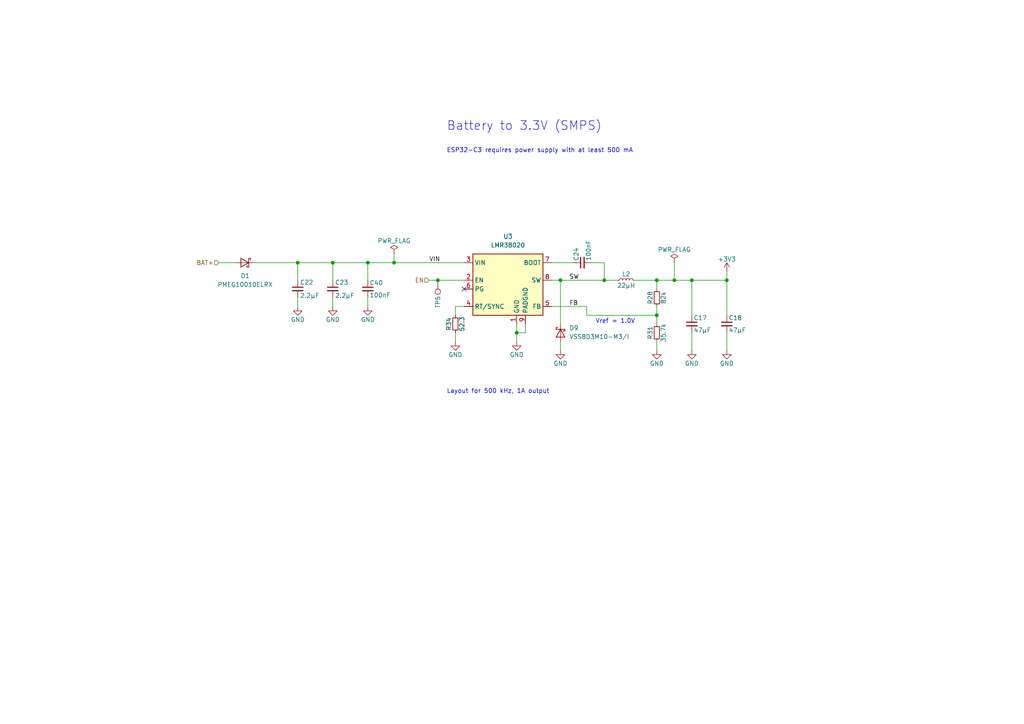
<source format=kicad_sch>
(kicad_sch (version 20230121) (generator eeschema)
  (paper "A4")
  (title_block (title "Libre Solar BMS C1") (date "2023-11-03") (rev "0.4.0") (company "Libre Solar Technologies GmbH") (comment 1 "Website: https://libre.solar") (comment 2 "Author: Martin Jäger") (comment 3 "License: CERN-OHL-W"))
  (lib_symbols
    (symbol "Connector:TestPoint" (pin_numbers hide) (pin_names (offset 0.762) hide)
      (property "Reference" "TP" (at 0 6.858 0))
      (property "Value" "TestPoint" (at 0 5.08 0))
      (symbol "TestPoint_0_1"
        (circle (center 0 3.302) (radius 0.762))
      )
      (symbol "TestPoint_1_1"
        (pin passive line (at 0 0 90) (length 2.54) (name "1") (number "1"))
      )
    )
    (symbol "Device:L_Small" (pin_numbers hide) (pin_names (offset 0.254) hide)
      (property "Reference" "L" (at 0.762 1.016 0))
      (property "Value" "L_Small" (at 0.762 -1.016 0))
      (symbol "L_Small_0_1"
        (arc (start 0 -2.032) (mid 0.5058 -1.524) (end 0 -1.016))
        (arc (start 0 -1.016) (mid 0.5058 -0.508) (end 0 0))
        (arc (start 0 0) (mid 0.5058 0.508) (end 0 1.016))
        (arc (start 0 1.016) (mid 0.5058 1.524) (end 0 2.032))
      )
      (symbol "L_Small_1_1"
        (pin passive line (at 0 2.54 270) (length 0.508) (name "~") (number "1"))
        (pin passive line (at 0 -2.54 90) (length 0.508) (name "~") (number "2"))
      )
    )
    (symbol "LibreSolar:C" (pin_numbers hide) (pin_names (offset 0.254) hide)
      (property "Reference" "C" (at 0.635 1.905 0))
      (property "Value" "C" (at 0.635 -1.905 0))
      (symbol "C_0_1"
        (polyline (pts (xy -1.524 -0.508) (xy 1.524 -0.508)) (stroke (width 0.3302)))
        (polyline (pts (xy -1.524 0.508) (xy 0 0.508) (xy 1.524 0.508)) (stroke (width 0.3048)))
      )
      (symbol "C_1_1"
        (pin passive line (at 0 2.54 270) (length 1.905) (name "~") (number "1"))
        (pin passive line (at 0 -2.54 90) (length 2.032) (name "~") (number "2"))
      )
    )
    (symbol "LibreSolar:D_Schottky" (pin_numbers hide) (pin_names (offset 0.254) hide)
      (property "Reference" "D" (at 0 2.54 0))
      (property "Value" "D_Schottky" (at 0 -2.54 0))
      (symbol "D_Schottky_0_1"
        (polyline (pts (xy -1.016 -1.27) (xy -1.016 1.27)) (stroke (width 0.2032)))
        (polyline (pts (xy 1.27 0) (xy -1.27 0)))
        (polyline (pts (xy -1.016 -1.27) (xy -1.524 -1.27) (xy -1.524 -0.762)) (stroke (width 0.2032)))
        (polyline (pts (xy -1.016 1.27) (xy -0.508 1.27) (xy -0.508 0.762)) (stroke (width 0.2032)))
        (polyline (pts (xy 1.27 -1.27) (xy -1.016 0) (xy 1.27 1.27) (xy 1.27 -1.27)) (stroke (width 0.2032)))
      )
      (symbol "D_Schottky_1_1"
        (pin passive line (at -2.54 0 0) (length 1.27) (name "K") (number "1"))
        (pin passive line (at 2.54 0 180) (length 1.27) (name "A") (number "2"))
      )
    )
    (symbol "LibreSolar:LMR38020"
      (property "Reference" "U" (at -10.16 8.89 0))
      (property "Value" "LMR38020" (at 10.16 8.89 0))
      (symbol "LMR38020_0_1"
        (rectangle (start -10.16 7.62) (end 10.16 -10.16) (stroke (width 0.254)) (fill (type background)))
      )
      (symbol "LMR38020_1_1"
        (pin power_in line (at 2.54 -12.7 90) (length 2.54) (name "GND") (number "1"))
        (pin input line (at -12.7 0 0) (length 2.54) (name "EN") (number "2"))
        (pin power_in line (at -12.7 5.08 0) (length 2.54) (name "VIN") (number "3"))
        (pin input line (at -12.7 -7.62 0) (length 2.54) (name "RT/SYNC") (number "4"))
        (pin input line (at 12.7 -7.62 180) (length 2.54) (name "FB") (number "5"))
        (pin output line (at -12.7 -2.54 0) (length 2.54) (name "PG") (number "6"))
        (pin input line (at 12.7 5.08 180) (length 2.54) (name "BOOT") (number "7"))
        (pin power_out line (at 12.7 0 180) (length 2.54) (name "SW") (number "8"))
        (pin power_in line (at 5.08 -12.7 90) (length 2.54) (name "PADGND") (number "9"))
      )
    )
    (symbol "LibreSolar:R" (pin_numbers hide) (pin_names (offset 0.254) hide)
      (property "Reference" "R" (at -1.905 0 90))
      (property "Value" "R" (at 1.905 0 90))
      (symbol "R_0_1"
        (rectangle (start -0.762 1.778) (end 0.762 -1.778) (stroke (width 0.2032)))
      )
      (symbol "R_1_1"
        (pin passive line (at 0 2.54 270) (length 0.762) (name "~") (number "1"))
        (pin passive line (at 0 -2.54 90) (length 0.762) (name "~") (number "2"))
      )
    )
    (symbol "power:+3.3V" (power) (pin_names (offset 0))
      (property "Value" "+3.3V" (at 0 3.556 0))
      (symbol "+3.3V_0_1"
        (polyline (pts (xy -0.762 1.27) (xy 0 2.54)))
        (polyline (pts (xy 0 0) (xy 0 2.54)))
        (polyline (pts (xy 0 2.54) (xy 0.762 1.27)))
      )
      (symbol "+3.3V_1_1"
        (pin power_in line (at 0 0 90) (length 0) hide (name "+3V3") (number "1"))
      )
    )
    (symbol "power:GND" (power) (pin_names (offset 0))
      (property "Value" "GND" (at 0 -3.81 0))
      (symbol "GND_0_1"
        (polyline (pts (xy 0 0) (xy 0 -1.27) (xy 1.27 -1.27) (xy 0 -2.54) (xy -1.27 -1.27) (xy 0 -1.27)))
      )
      (symbol "GND_1_1"
        (pin power_in line (at 0 0 270) (length 0) hide (name "GND") (number "1"))
      )
    )
    (symbol "power:PWR_FLAG" (power) (pin_numbers hide) (pin_names (offset 0) hide)
      (property "Value" "PWR_FLAG" (at 0 3.81 0))
      (symbol "PWR_FLAG_0_0"
        (pin power_out line (at 0 0 90) (length 0) (name "pwr") (number "1"))
      )
      (symbol "PWR_FLAG_0_1"
        (polyline (pts (xy 0 0) (xy 0 1.27) (xy -1.016 1.905) (xy 0 2.54) (xy 1.016 1.905) (xy 0 1.27)))
      )
    )
  )
  (junction (at 149.86 96.52))
  (junction (at 106.68 76.2))
  (junction (at 127 81.28))
  (junction (at 190.5 81.28) (diameter 0.9144))
  (junction (at 86.36 76.2) (diameter 0.9144))
  (junction (at 195.58 81.28))
  (junction (at 210.82 81.28) (diameter 0.9144))
  (junction (at 96.52 76.2) (diameter 0.9144))
  (junction (at 162.56 81.28))
  (junction (at 175.26 81.28) (diameter 0.9144))
  (junction (at 190.5 91.44) (diameter 0.9144))
  (junction (at 200.66 81.28) (diameter 0.9144))
  (junction (at 114.3 76.2) (diameter 0.9144))
  (no_connect (at 134.62 83.82))
  (wire (pts (xy 162.56 81.28) (xy 175.26 81.28)))
  (wire (pts (xy 184.15 81.28) (xy 190.5 81.28)))
  (wire (pts (xy 210.82 81.28) (xy 210.82 91.44)))
  (wire (pts (xy 162.56 99.06) (xy 162.56 101.6)))
  (wire (pts (xy 170.18 88.9) (xy 170.18 91.44)))
  (wire (pts (xy 86.36 76.2) (xy 86.36 81.28)))
  (wire (pts (xy 190.5 88.9) (xy 190.5 91.44)))
  (wire (pts (xy 200.66 81.28) (xy 210.82 81.28)))
  (wire (pts (xy 86.36 88.9) (xy 86.36 86.36)))
  (wire (pts (xy 210.82 78.74) (xy 210.82 81.28)))
  (wire (pts (xy 152.4 96.52) (xy 152.4 93.98)))
  (wire (pts (xy 210.82 96.52) (xy 210.82 101.6)))
  (wire (pts (xy 106.68 76.2) (xy 106.68 81.28)))
  (wire (pts (xy 132.08 96.52) (xy 132.08 99.06)))
  (wire (pts (xy 132.08 91.44) (xy 132.08 88.9)))
  (wire (pts (xy 96.52 76.2) (xy 106.68 76.2)))
  (wire (pts (xy 106.68 86.36) (xy 106.68 88.9)))
  (wire (pts (xy 190.5 81.28) (xy 190.5 83.82)))
  (wire (pts (xy 195.58 76.2) (xy 195.58 81.28)))
  (wire (pts (xy 63.5 76.2) (xy 68.58 76.2)))
  (wire (pts (xy 114.3 76.2) (xy 134.62 76.2)))
  (wire (pts (xy 170.18 91.44) (xy 190.5 91.44)))
  (wire (pts (xy 171.45 76.2) (xy 175.26 76.2)))
  (wire (pts (xy 114.3 73.66) (xy 114.3 76.2)))
  (wire (pts (xy 96.52 81.28) (xy 96.52 76.2)))
  (wire (pts (xy 149.86 96.52) (xy 149.86 99.06)))
  (wire (pts (xy 96.52 88.9) (xy 96.52 86.36)))
  (wire (pts (xy 106.68 76.2) (xy 114.3 76.2)))
  (wire (pts (xy 190.5 81.28) (xy 195.58 81.28)))
  (wire (pts (xy 160.02 81.28) (xy 162.56 81.28)))
  (wire (pts (xy 149.86 96.52) (xy 152.4 96.52)))
  (wire (pts (xy 132.08 88.9) (xy 134.62 88.9)))
  (wire (pts (xy 175.26 81.28) (xy 179.07 81.28)))
  (wire (pts (xy 73.66 76.2) (xy 86.36 76.2)))
  (wire (pts (xy 160.02 88.9) (xy 170.18 88.9)))
  (wire (pts (xy 175.26 76.2) (xy 175.26 81.28)))
  (wire (pts (xy 200.66 81.28) (xy 200.66 91.44)))
  (wire (pts (xy 127 81.28) (xy 124.46 81.28)))
  (wire (pts (xy 195.58 81.28) (xy 200.66 81.28)))
  (wire (pts (xy 190.5 101.6) (xy 190.5 99.06)))
  (wire (pts (xy 134.62 81.28) (xy 127 81.28)))
  (wire (pts (xy 190.5 91.44) (xy 190.5 93.98)))
  (wire (pts (xy 162.56 81.28) (xy 162.56 93.98)))
  (wire (pts (xy 160.02 76.2) (xy 166.37 76.2)))
  (wire (pts (xy 86.36 76.2) (xy 96.52 76.2)))
  (wire (pts (xy 200.66 96.52) (xy 200.66 101.6)))
  (wire (pts (xy 149.86 93.98) (xy 149.86 96.52)))
  (text "ESP32-C3 requires power supply with at least 500 mA" (at 129.54 44.45 0) (effects (font (size 1.27 1.27)) (justify left bottom)))
  (text "Layout for 500 kHz, 1A output" (at 129.54 114.3 0) (effects (font (size 1.27 1.27)) (justify left bottom)))
  (text "Battery to 3.3V (SMPS)" (at 129.54 38.1 0) (effects (font (size 2.54 2.54)) (justify left bottom)))
  (text "Vref = 1.0V" (at 172.72 93.98 0) (effects (font (size 1.27 1.27)) (justify left bottom)))
  (label "SW" (at 165.1 81.28 0))
  (label "VIN" (at 124.46 76.2 0))
  (label "FB" (at 165.1 88.9 0))
  (hierarchical_label "EN" (shape input) (at 124.46 81.28 180))
  (hierarchical_label "BAT+" (shape input) (at 63.5 76.2 180))
  (symbol (lib_id "power:GND") (at 210.82 101.6 0) (unit 1)
    (property "Reference" "#PWR0121" (effects hide))
    (property "Value" "GND" (at 210.82 105.41 0))
  )
  (symbol (lib_id "power:GND") (at 200.66 101.6 0) (unit 1)
    (property "Reference" "#PWR0122" (effects hide))
    (property "Value" "GND" (at 200.66 105.41 0))
  )
  (symbol (lib_id "power:GND") (at 190.5 101.6 0) (unit 1)
    (property "Reference" "#PWR0123" (effects hide))
    (property "Value" "GND" (at 190.5 105.41 0))
  )
  (symbol (lib_id "power:GND") (at 96.52 88.9 0) (unit 1)
    (property "Reference" "#PWR0125" (effects hide))
    (property "Value" "GND" (at 96.52 92.71 0))
  )
  (symbol (lib_id "power:GND") (at 106.68 88.9 0) (unit 1)
    (property "Reference" "#PWR0126" (effects hide))
    (property "Value" "GND" (at 106.68 92.71 0))
  )
  (symbol (lib_id "power:GND") (at 86.36 88.9 0) (unit 1)
    (property "Reference" "#PWR0127" (effects hide))
    (property "Value" "GND" (at 86.36 92.71 0))
  )
  (symbol (lib_id "LibreSolar:R") (at 190.5 96.52 0) (unit 1)
    (property "Reference" "R31" (at 188.595 96.52 90))
    (property "Value" "35.7k" (at 192.405 96.52 90))
    (property "Footprint" "LibreSolar:R_0603_1608" (effects hide))
    (property "Manufacturer" "any" (effects hide))
    (property "Remarks" "1%" (effects hide))
  )
  (symbol (lib_id "LibreSolar:C") (at 210.82 93.98 0) (unit 1)
    (property "Reference" "C18" (at 211.328 92.202 0) (effects (justify left)))
    (property "Value" "47µF" (at 211.328 95.758 0) (effects (justify left)))
    (property "Footprint" "LibreSolar:C_1210_3225" (effects hide))
    (property "Manufacturer" "Samsung" (effects hide))
    (property "PartNumber" "CL32B476MPJNNNE" (effects hide))
    (property "Remarks" "10V, X5R" (effects hide))
  )
  (symbol (lib_id "LibreSolar:C") (at 200.66 93.98 0) (unit 1)
    (property "Reference" "C17" (at 201.168 92.202 0) (effects (justify left)))
    (property "Value" "47µF" (at 201.168 95.758 0) (effects (justify left)))
    (property "Footprint" "LibreSolar:C_1210_3225" (effects hide))
    (property "Manufacturer" "Samsung" (effects hide))
    (property "PartNumber" "CL32B476MPJNNNE" (effects hide))
    (property "Remarks" "10V, X5R" (effects hide))
  )
  (symbol (lib_id "LibreSolar:R") (at 190.5 86.36 0) (unit 1)
    (property "Reference" "R28" (at 188.595 86.36 90))
    (property "Value" "82k" (at 192.405 86.36 90))
    (property "Footprint" "LibreSolar:R_0603_1608" (effects hide))
    (property "Manufacturer" "any" (effects hide))
    (property "Remarks" "1%" (effects hide))
  )
  (symbol (lib_id "LibreSolar:C") (at 168.91 76.2 90) (unit 1)
    (property "Reference" "C24" (at 167.132 75.692 0) (effects (justify left)))
    (property "Value" "100nF" (at 170.688 75.692 0) (effects (justify left)))
    (property "Footprint" "LibreSolar:C_0603_1608" (effects hide))
    (property "Manufacturer" "any" (effects hide))
    (property "Remarks" "X7R, 100V" (effects hide))
  )
  (symbol (lib_id "LibreSolar:C") (at 96.52 83.82 0) (unit 1)
    (property "Reference" "C23" (at 97.155 81.915 0) (effects (justify left)))
    (property "Value" "2.2µF" (at 97.155 85.725 0) (effects (justify left)))
    (property "Footprint" "LibreSolar:C_1210_3225" (effects hide))
    (property "Remarks" "100V, X7R" (effects hide))
    (property "Manufacturer" "any" (effects hide))
  )
  (symbol (lib_id "Device:L_Small") (at 181.61 81.28 90) (unit 1)
    (property "Reference" "L2" (at 181.61 79.502 90))
    (property "Value" "22µH" (at 181.61 82.804 90))
    (property "Footprint" "LibreSolar:Bourns_SRN8040TA" (effects hide))
    (property "Manufacturer" "Tayo Yuden" (effects hide))
    (property "PartNumber" "NR8040T100M" (effects hide))
    (property "Remarks" "Alternative: Bourns SRN8040TA-100M" (effects hide))
  )
  (symbol (lib_id "power:PWR_FLAG") (at 114.3 73.66 0) (unit 1)
    (property "Reference" "#FLG0101" (effects hide))
    (property "Value" "PWR_FLAG" (at 114.3 69.85 0))
  )
  (symbol (lib_id "Connector:TestPoint") (at 127 81.28 180) (unit 1)
    (property "Reference" "TP5" (at 127 87.63 90))
    (property "Value" "TestPoint" (effects hide))
    (property "Footprint" "TestPoint:TestPoint_Pad_D1.5mm" (effects hide))
  )
  (symbol (lib_id "LibreSolar:C") (at 86.36 83.82 0) (unit 1)
    (property "Reference" "C22" (at 86.995 81.915 0) (effects (justify left)))
    (property "Value" "2.2µF" (at 86.995 85.725 0) (effects (justify left)))
    (property "Footprint" "LibreSolar:C_1210_3225" (effects hide))
    (property "Manufacturer" "any" (effects hide))
    (property "Remarks" "100V, X7R" (effects hide))
  )
  (symbol (lib_id "power:+3.3V") (at 210.82 78.74 0) (unit 1)
    (property "Reference" "#PWR0144" (effects hide))
    (property "Value" "+3.3V" (at 210.82 75.184 0))
  )
  (symbol (lib_id "power:GND") (at 149.86 99.06 0) (unit 1)
    (property "Reference" "#PWR0128" (effects hide))
    (property "Value" "GND" (at 149.86 102.87 0))
  )
  (symbol (lib_id "power:PWR_FLAG") (at 195.58 76.2 0) (unit 1)
    (property "Reference" "#FLG0102" (effects hide))
    (property "Value" "PWR_FLAG" (at 195.58 72.39 0))
  )
  (symbol (lib_id "LibreSolar:C") (at 106.68 83.82 0) (unit 1)
    (property "Reference" "C40" (at 107.188 82.042 0) (effects (justify left)))
    (property "Value" "100nF" (at 107.188 85.598 0) (effects (justify left)))
    (property "Footprint" "LibreSolar:C_0603_1608" (effects hide))
    (property "Remarks" "X7R, 100V" (effects hide))
    (property "Manufacturer" "any" (effects hide))
  )
  (symbol (lib_id "LibreSolar:D_Schottky") (at 162.56 96.52 270) (unit 1)
    (property "Reference" "D9" (at 165.1 95.1229 90) (effects (justify left)))
    (property "Value" "VSS8D3M10-M3/I" (at 165.1 97.6629 90) (effects (justify left)))
    (property "Footprint" "Diode_SMD:D_SOD-128" (effects hide))
    (property "Manufacturer" "Vishay" (effects hide))
    (property "PartNumber" "VSS8D3M10-M3/I" (effects hide))
    (property "Remarks" "Alternative: Nexperia PMEG10030ELPX" (effects hide))
  )
  (symbol (lib_id "power:GND") (at 132.08 99.06 0) (unit 1)
    (property "Reference" "#PWR0133" (effects hide))
    (property "Value" "GND" (at 132.08 102.87 0))
  )
  (symbol (lib_id "LibreSolar:LMR38020") (at 147.32 81.28 0) (unit 1)
    (property "Reference" "U3" (at 147.32 68.58 0))
    (property "Value" "LMR38020" (at 147.32 71.12 0))
    (property "Footprint" "LibreSolar:SOIC-8-1EP_3.9x4.9mm_P1.27mm_EP2.4x3.1mm_ThermalVias" (effects hide))
    (property "Datasheet" "https://www.ti.com/lit/ds/symlink/lmr38020.pdf" (effects hide))
    (property "Manufacturer" "Texas Instruments" (effects hide))
    (property "PartNumber" "LMR38020SDDAR" (effects hide))
  )
  (symbol (lib_id "power:GND") (at 162.56 101.6 0) (unit 1)
    (property "Reference" "#PWR05" (effects hide))
    (property "Value" "GND" (at 162.56 105.41 0))
  )
  (symbol (lib_id "LibreSolar:R") (at 132.08 93.98 0) (unit 1)
    (property "Reference" "R34" (at 130.175 93.98 90))
    (property "Value" "52.3" (at 133.985 93.98 90))
    (property "Footprint" "LibreSolar:R_0603_1608" (effects hide))
    (property "Manufacturer" "any" (effects hide))
    (property "Remarks" "1%" (effects hide))
  )
  (symbol (lib_id "LibreSolar:D_Schottky") (at 71.12 76.2 180) (unit 1)
    (property "Reference" "D1" (at 71.12 80.01 0))
    (property "Value" "PMEG10010ELRX" (at 71.12 82.55 0))
    (property "Footprint" "LibreSolar:D_SOD-123F" (effects hide))
    (property "Manufacturer" "Nexperia" (effects hide))
    (property "PartNumber" "PMEG10010ELRX" (effects hide))
    (property "Remarks" "Alternative: Nexperia PMEG10030ELPX" (effects hide))
  )
)
</source>
